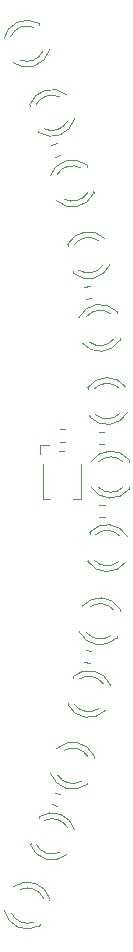
<source format=gbr>
%TF.GenerationSoftware,KiCad,Pcbnew,7.0.9*%
%TF.CreationDate,2024-06-22T15:47:22+09:00*%
%TF.ProjectId,Side_Line,53696465-5f4c-4696-9e65-2e6b69636164,rev?*%
%TF.SameCoordinates,Original*%
%TF.FileFunction,Legend,Bot*%
%TF.FilePolarity,Positive*%
%FSLAX46Y46*%
G04 Gerber Fmt 4.6, Leading zero omitted, Abs format (unit mm)*
G04 Created by KiCad (PCBNEW 7.0.9) date 2024-06-22 15:47:22*
%MOMM*%
%LPD*%
G01*
G04 APERTURE LIST*
%ADD10C,0.120000*%
G04 APERTURE END LIST*
D10*
%TO.C,Q6*%
X249656933Y-127633919D02*
X249618137Y-127785018D01*
X250232899Y-125390680D02*
X250194103Y-125541779D01*
X246526494Y-126828722D02*
G75*
G03*
X249618258Y-127784549I1888034J628829D01*
G01*
X247137562Y-126986886D02*
G75*
G03*
X249154201Y-127504839I1276966J786993D01*
G01*
X249691371Y-125412700D02*
G75*
G03*
X247674652Y-124895062I-1276843J-787193D01*
G01*
X250232777Y-125391149D02*
G75*
G03*
X247062973Y-124739279I-1818249J-808744D01*
G01*
%TO.C,R2*%
X249378466Y-85647484D02*
X249849241Y-85588012D01*
X249509439Y-86684244D02*
X249980214Y-86624772D01*
%TO.C,Q5*%
X252152948Y-115239108D02*
X252133396Y-115393877D01*
X252443220Y-112941370D02*
X252423668Y-113096140D01*
X248946276Y-114832607D02*
G75*
G03*
X252133456Y-115393396I1794333J860503D01*
G01*
X249572349Y-114912938D02*
G75*
G03*
X251638002Y-115174055I1168260J940834D01*
G01*
X251908722Y-113031087D02*
G75*
G03*
X249843028Y-112770293I-1168113J-941017D01*
G01*
X252443158Y-112941850D02*
G75*
G03*
X249216647Y-112692402I-1702549J-1030254D01*
G01*
%TO.C,D2*%
X248006106Y-82210970D02*
X247976874Y-82057734D01*
X248440081Y-84485948D02*
X248410850Y-84332711D01*
X251181448Y-81606659D02*
G75*
G03*
X247976965Y-82058209I-1440602J-1372867D01*
G01*
X250561193Y-81723727D02*
G75*
G03*
X248515951Y-82113712I-820347J-1255799D01*
G01*
X248920696Y-84235452D02*
G75*
G03*
X250965875Y-83845147I820150J1255926D01*
G01*
X248439991Y-84485471D02*
G75*
G03*
X251585670Y-83725664I1300855J1505945D01*
G01*
%TO.C,R4*%
X250638542Y-104125500D02*
X251113058Y-104125500D01*
X250638542Y-105170500D02*
X251113058Y-105170500D01*
%TO.C,Q4*%
X253197800Y-102629200D02*
X253197800Y-102785200D01*
X253197800Y-100313200D02*
X253197800Y-100469200D01*
X249965466Y-102627808D02*
G75*
G03*
X253197799Y-102784715I1672334J1078608D01*
G01*
X250596671Y-102629036D02*
G75*
G03*
X252678760Y-102629199I1041129J1079836D01*
G01*
X252678760Y-100469201D02*
G75*
G03*
X250596671Y-100469364I-1040960J-1079999D01*
G01*
X253197799Y-100313685D02*
G75*
G03*
X249965466Y-100470592I-1559999J-1235515D01*
G01*
%TO.C,Q1*%
X246384866Y-65495692D02*
X246442293Y-65640738D01*
X245532289Y-63342330D02*
X245589717Y-63487375D01*
X243379004Y-66684300D02*
G75*
G03*
X246442115Y-65640288I1157836J1618492D01*
G01*
X243966337Y-66453080D02*
G75*
G03*
X245902275Y-65686763I570503J1387272D01*
G01*
X245107126Y-63678447D02*
G75*
G03*
X243171308Y-64445067I-570286J-1387361D01*
G01*
X245532467Y-63342780D02*
G75*
G03*
X242584880Y-64678571I-995627J-1723028D01*
G01*
%TO.C,D3*%
X249692292Y-94345852D02*
X249682497Y-94190160D01*
X249837715Y-96657282D02*
X249827920Y-96501590D01*
X252918336Y-94144283D02*
G75*
G03*
X249682529Y-94190643I-1601308J-1181485D01*
G01*
X252288300Y-94182689D02*
G75*
G03*
X250210308Y-94313263I-971272J-1143079D01*
G01*
X250345935Y-96468999D02*
G75*
G03*
X252423906Y-96338100I971093J1143231D01*
G01*
X249837686Y-96656798D02*
G75*
G03*
X253053788Y-96297241I1479342J1331030D01*
G01*
%TO.C,R3*%
X250613142Y-97927900D02*
X251087658Y-97927900D01*
X250613142Y-98972900D02*
X251087658Y-98972900D01*
%TO.C,Q2*%
X250168836Y-77559813D02*
X250207632Y-77710912D01*
X249592870Y-75316574D02*
X249631666Y-75467673D01*
X247037706Y-78362313D02*
G75*
G03*
X250207510Y-77710443I1351555J1460614D01*
G01*
X247649385Y-78206530D02*
G75*
G03*
X249666104Y-77688892I739876J1304831D01*
G01*
X249128933Y-75596754D02*
G75*
G03*
X247112296Y-76114706I-739672J-1304945D01*
G01*
X249592990Y-75317044D02*
G75*
G03*
X246501228Y-76272870I-1203729J-1584655D01*
G01*
%TO.C,R1*%
X246614381Y-73618650D02*
X247073990Y-73500643D01*
X246874262Y-74630819D02*
X247333871Y-74512812D01*
%TO.C,R7*%
X247785658Y-98769700D02*
X247311142Y-98769700D01*
X247785658Y-97724700D02*
X247311142Y-97724700D01*
%TO.C,D6*%
X245521005Y-130667855D02*
X245569212Y-130519490D01*
X244805322Y-132870502D02*
X244853528Y-132722137D01*
X248594708Y-131668025D02*
G75*
G03*
X245569062Y-130519951I-1923793J-509038D01*
G01*
X247994776Y-131471803D02*
G75*
G03*
X246014640Y-130828247I-1323861J-705260D01*
G01*
X245347165Y-132882528D02*
G75*
G03*
X247327400Y-133525774I1323750J705465D01*
G01*
X244805472Y-132870042D02*
G75*
G03*
X247928091Y-133719659I1865443J692979D01*
G01*
%TO.C,Q7*%
X245627118Y-139618160D02*
X245569690Y-139763205D01*
X246479694Y-137464797D02*
X246422267Y-137609843D01*
X242622282Y-138426964D02*
G75*
G03*
X245569868Y-139762754I1951959J387237D01*
G01*
X243208709Y-138660468D02*
G75*
G03*
X245144527Y-139427088I1365532J620741D01*
G01*
X245939677Y-137418772D02*
G75*
G03*
X244003737Y-136652454I-1365436J-620955D01*
G01*
X246479516Y-137465247D02*
G75*
G03*
X243416405Y-136421235I-1905275J-574480D01*
G01*
%TO.C,R5*%
X249522172Y-116414956D02*
X249992947Y-116474428D01*
X249391199Y-117451716D02*
X249861974Y-117511188D01*
%TO.C,R6*%
X246899528Y-128470771D02*
X247359137Y-128588778D01*
X246639647Y-129482940D02*
X247099256Y-129600947D01*
%TO.C,D4*%
X249834299Y-106597011D02*
X249844094Y-106441319D01*
X249688876Y-108908441D02*
X249698671Y-108752749D01*
X253060167Y-106801360D02*
G75*
G03*
X249844065Y-106441803I-1736760J-971473D01*
G01*
X252430285Y-106760501D02*
G75*
G03*
X250352314Y-106629602I-1106878J-1012332D01*
G01*
X250216687Y-108785338D02*
G75*
G03*
X252294679Y-108915912I1106720J1012505D01*
G01*
X249688908Y-108907958D02*
G75*
G03*
X252924715Y-108954318I1634499J1135125D01*
G01*
%TO.C,Q3*%
X252410934Y-90003061D02*
X252430486Y-90157831D01*
X252120662Y-87705324D02*
X252140214Y-87860093D01*
X249203913Y-90406799D02*
G75*
G03*
X252430424Y-90157351I1523962J1279702D01*
G01*
X249830294Y-90328908D02*
G75*
G03*
X251895988Y-90068114I897581J1201811D01*
G01*
X251625268Y-87925146D02*
G75*
G03*
X249559615Y-88186263I-897393J-1201951D01*
G01*
X252120722Y-87705805D02*
G75*
G03*
X248933542Y-88266594I-1392847J-1421292D01*
G01*
%TO.C,D1*%
X244822132Y-70381235D02*
X244773926Y-70232870D01*
X245537816Y-72583882D02*
X245489609Y-72435517D01*
X247896696Y-69383712D02*
G75*
G03*
X244774075Y-70233330I-1257177J-1542597D01*
G01*
X247296004Y-69577597D02*
G75*
G03*
X245315769Y-70220843I-656485J-1348712D01*
G01*
X245983245Y-72275124D02*
G75*
G03*
X247963379Y-71631569I656274J1348815D01*
G01*
X245537667Y-72583420D02*
G75*
G03*
X248563311Y-71435347I1101852J1657111D01*
G01*
%TO.C,D5*%
X248439709Y-118769363D02*
X248468940Y-118616126D01*
X248005733Y-121044340D02*
X248034965Y-120891104D01*
X251614529Y-119376410D02*
G75*
G03*
X248468850Y-118616603I-1844824J-746138D01*
G01*
X250994735Y-119256926D02*
G75*
G03*
X248949554Y-118866621I-1225030J-865622D01*
G01*
X248544810Y-120988362D02*
G75*
G03*
X250590052Y-121378347I1224895J865814D01*
G01*
X248005825Y-121043864D02*
G75*
G03*
X251210307Y-121495415I1763880J921316D01*
G01*
%TO.C,RV1*%
X245672200Y-99076200D02*
X246372200Y-99076200D01*
X247272200Y-99576200D02*
X247672200Y-99576200D01*
X245672200Y-99776200D02*
X245672200Y-99076200D01*
X249072200Y-100676200D02*
X249072200Y-103576200D01*
X245872200Y-100676200D02*
X245872200Y-103576200D01*
X249072200Y-103576200D02*
X248472200Y-103576200D01*
X245872200Y-103576200D02*
X246472200Y-103576200D01*
%TD*%
M02*

</source>
